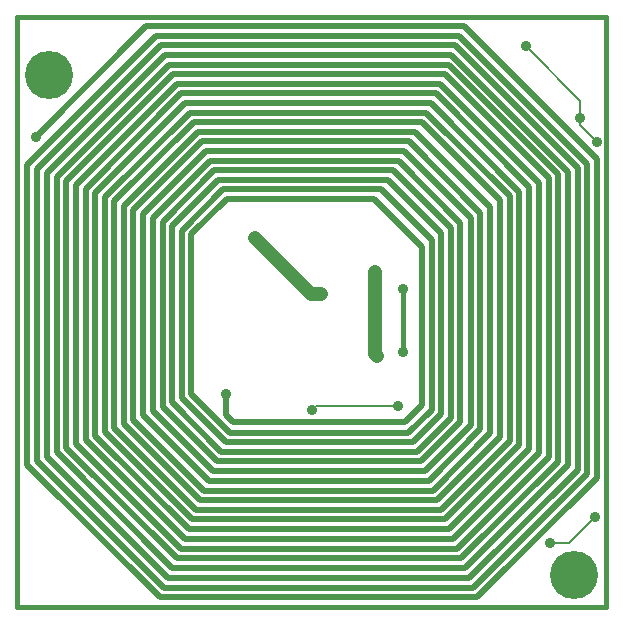
<source format=gbl>
G04 (created by PCBNEW-RS274X (2012-01-19 BZR 3256)-stable) date 2/17/2013 5:40:49 PM*
G01*
G70*
G90*
%MOIN*%
G04 Gerber Fmt 3.4, Leading zero omitted, Abs format*
%FSLAX34Y34*%
G04 APERTURE LIST*
%ADD10C,0.006000*%
%ADD11C,0.015000*%
%ADD12C,0.160000*%
%ADD13C,0.035000*%
%ADD14C,0.008000*%
%ADD15C,0.019700*%
%ADD16C,0.047200*%
%ADD17C,0.015700*%
G04 APERTURE END LIST*
G54D10*
G54D11*
X39724Y-24642D02*
X39756Y-24642D01*
X39724Y-44311D02*
X39724Y-24642D01*
X59358Y-44311D02*
X39724Y-44311D01*
X59358Y-24642D02*
X59358Y-44311D01*
X39724Y-24642D02*
X59358Y-24642D01*
G54D12*
X58299Y-43260D03*
X40783Y-26575D03*
G54D13*
X56681Y-25630D03*
X58488Y-28020D03*
X59039Y-28803D03*
X40339Y-28646D03*
X46673Y-37220D03*
X51728Y-35953D03*
X51642Y-33142D03*
X49850Y-33882D03*
X47654Y-32031D03*
X52571Y-35811D03*
X52571Y-33701D03*
X52409Y-37610D03*
X49551Y-37740D03*
X57480Y-42181D03*
X58980Y-41327D03*
G54D14*
X58488Y-28020D02*
X58488Y-28252D01*
X58488Y-27437D02*
X58488Y-28020D01*
X56681Y-25630D02*
X58488Y-27437D01*
X58488Y-28252D02*
X59039Y-28803D01*
G54D15*
X46118Y-40110D02*
X43925Y-37917D01*
X41039Y-29973D02*
X44780Y-26232D01*
X58728Y-29562D02*
X58728Y-39866D01*
X41362Y-30119D02*
X44930Y-26551D01*
X54195Y-25913D02*
X58091Y-29809D01*
X59047Y-29396D02*
X59047Y-40004D01*
X55815Y-38654D02*
X53717Y-40752D01*
X46024Y-29126D02*
X52617Y-29126D01*
X53205Y-28150D02*
X55815Y-30760D01*
X45614Y-28150D02*
X53205Y-28150D01*
X46673Y-37220D02*
X46673Y-37905D01*
X45063Y-26870D02*
X53816Y-26870D01*
X51627Y-30713D02*
X53217Y-32303D01*
X40390Y-39434D02*
X40390Y-29709D01*
X58406Y-39732D02*
X54795Y-43343D01*
X58728Y-39866D02*
X54925Y-43669D01*
X45201Y-27189D02*
X53673Y-27189D01*
X42008Y-38736D02*
X42008Y-30382D01*
X46815Y-38504D02*
X45535Y-37224D01*
X42650Y-30661D02*
X45476Y-27835D01*
X45189Y-42374D02*
X41681Y-38866D01*
X54608Y-24957D02*
X59047Y-29396D01*
X46253Y-39780D02*
X44252Y-37779D01*
X46720Y-30713D02*
X51627Y-30713D01*
X44890Y-37493D02*
X44890Y-31625D01*
X51855Y-30394D02*
X53539Y-32078D01*
X44890Y-31625D02*
X46436Y-30079D01*
X42969Y-38347D02*
X42969Y-30795D01*
X53717Y-40752D02*
X45831Y-40752D01*
X53441Y-40110D02*
X46118Y-40110D01*
X53816Y-26870D02*
X57118Y-30172D01*
X45319Y-42047D02*
X42008Y-38736D01*
X58406Y-29677D02*
X58406Y-39732D01*
X53984Y-41398D02*
X45564Y-41398D01*
X54795Y-43343D02*
X44753Y-43343D01*
X45756Y-28472D02*
X52984Y-28472D01*
X57118Y-39189D02*
X54260Y-42047D01*
X42331Y-30519D02*
X45334Y-27516D01*
X54116Y-26232D02*
X57764Y-29880D01*
X59047Y-40004D02*
X55055Y-43996D01*
X53583Y-40433D02*
X45968Y-40433D01*
X53217Y-37598D02*
X52650Y-38165D01*
X52267Y-29764D02*
X54181Y-31678D01*
X52445Y-29445D02*
X54504Y-31504D01*
X44571Y-37638D02*
X44571Y-31488D01*
X53858Y-41075D02*
X45697Y-41075D01*
X54504Y-31504D02*
X54504Y-38142D01*
X56791Y-30307D02*
X56791Y-39047D01*
X53322Y-39780D02*
X46253Y-39780D01*
X57764Y-29880D02*
X57764Y-39468D01*
X53858Y-31858D02*
X53858Y-37866D01*
X54504Y-38142D02*
X53189Y-39457D01*
X58091Y-39598D02*
X54669Y-43020D01*
X44930Y-26551D02*
X53980Y-26551D01*
X43283Y-38204D02*
X43283Y-30945D01*
X44370Y-25272D02*
X54438Y-25272D01*
X45441Y-41724D02*
X42331Y-38614D01*
X40067Y-29575D02*
X44370Y-25272D01*
X53858Y-37866D02*
X52909Y-38815D01*
X57118Y-30172D02*
X57118Y-39189D01*
X41681Y-38866D02*
X41681Y-30252D01*
X54669Y-43020D02*
X44898Y-43020D01*
X54438Y-25272D02*
X58728Y-29562D01*
X57764Y-39468D02*
X54535Y-42697D01*
X45831Y-40752D02*
X43283Y-38204D01*
X55815Y-30760D02*
X55815Y-38654D01*
X44488Y-43996D02*
X40067Y-39575D01*
X52650Y-38165D02*
X46933Y-38165D01*
X55169Y-38382D02*
X53441Y-40110D01*
X40339Y-28646D02*
X44028Y-24957D01*
X43602Y-38067D02*
X43602Y-31083D01*
X52984Y-28472D02*
X55492Y-30980D01*
X40390Y-29709D02*
X44505Y-25594D01*
X45334Y-27516D02*
X53505Y-27516D01*
X58091Y-29809D02*
X58091Y-39598D01*
X46582Y-30394D02*
X51855Y-30394D01*
X54398Y-42374D02*
X45189Y-42374D01*
X42331Y-38614D02*
X42331Y-30519D01*
X45039Y-42697D02*
X41362Y-39020D01*
X54535Y-42697D02*
X45039Y-42697D01*
X53189Y-39457D02*
X46390Y-39457D01*
X53539Y-32078D02*
X53539Y-37733D01*
X44780Y-26232D02*
X54116Y-26232D01*
X56465Y-38917D02*
X53984Y-41398D01*
X54323Y-25594D02*
X58406Y-29677D01*
X56138Y-30627D02*
X56138Y-38795D01*
X45535Y-31898D02*
X46720Y-30713D01*
X41039Y-39161D02*
X41039Y-29973D01*
X43925Y-31225D02*
X46024Y-29126D01*
X56465Y-30476D02*
X56465Y-38917D01*
X55169Y-31173D02*
X55169Y-38382D01*
X43925Y-37917D02*
X43925Y-31225D01*
X46295Y-29764D02*
X52267Y-29764D01*
X54181Y-38004D02*
X53051Y-39134D01*
X54181Y-31678D02*
X54181Y-38004D01*
X46531Y-39134D02*
X44890Y-37493D01*
X45209Y-37351D02*
X45209Y-31767D01*
X45890Y-28795D02*
X52791Y-28795D01*
X55492Y-30980D02*
X55492Y-38524D01*
X40067Y-39575D02*
X40067Y-29575D01*
X52791Y-28795D02*
X55169Y-31173D01*
X53217Y-32303D02*
X53217Y-37598D01*
X42008Y-30382D02*
X45201Y-27189D01*
X42969Y-30795D02*
X45614Y-28150D01*
X44252Y-31354D02*
X46161Y-29445D01*
X53980Y-26551D02*
X57445Y-30016D01*
X42650Y-38484D02*
X42650Y-30661D01*
X56791Y-39047D02*
X54114Y-41724D01*
X56138Y-38795D02*
X53858Y-41075D01*
X55492Y-38524D02*
X53583Y-40433D01*
X57445Y-39327D02*
X54398Y-42374D01*
X45476Y-27835D02*
X53346Y-27835D01*
X41362Y-39020D02*
X41362Y-30119D01*
X54839Y-31348D02*
X54839Y-38263D01*
X52079Y-30079D02*
X53858Y-31858D01*
X52909Y-38815D02*
X46673Y-38815D01*
X44753Y-43343D02*
X40713Y-39303D01*
X57445Y-30016D02*
X57445Y-39327D01*
X44571Y-31488D02*
X46295Y-29764D01*
X40713Y-29842D02*
X44642Y-25913D01*
X45209Y-31767D02*
X46582Y-30394D01*
X46161Y-29445D02*
X52445Y-29445D01*
X46933Y-38165D02*
X46673Y-37905D01*
X45697Y-41075D02*
X42969Y-38347D01*
X44505Y-25594D02*
X54323Y-25594D01*
X44898Y-43020D02*
X41039Y-39161D01*
X53051Y-39134D02*
X46531Y-39134D01*
X53539Y-37733D02*
X52768Y-38504D01*
X46436Y-30079D02*
X52079Y-30079D01*
X53346Y-27835D02*
X56138Y-30627D01*
X44252Y-37779D02*
X44252Y-31354D01*
X52617Y-29126D02*
X54839Y-31348D01*
X46390Y-39457D02*
X44571Y-37638D01*
X41681Y-30252D02*
X45063Y-26870D01*
X45564Y-41398D02*
X42650Y-38484D01*
X40713Y-39303D02*
X40713Y-29842D01*
X54114Y-41724D02*
X45441Y-41724D01*
X43602Y-31083D02*
X45890Y-28795D01*
X44625Y-43669D02*
X40390Y-39434D01*
X55055Y-43996D02*
X44488Y-43996D01*
X44642Y-25913D02*
X54195Y-25913D01*
X52768Y-38504D02*
X46815Y-38504D01*
X46673Y-38815D02*
X45209Y-37351D01*
X44028Y-24957D02*
X54608Y-24957D01*
X54839Y-38263D02*
X53322Y-39780D01*
X43283Y-30945D02*
X45756Y-28472D01*
X54925Y-43669D02*
X44625Y-43669D01*
X45535Y-37224D02*
X45535Y-31898D01*
X45968Y-40433D02*
X43602Y-38067D01*
X53505Y-27516D02*
X56465Y-30476D01*
X54260Y-42047D02*
X45319Y-42047D01*
X53673Y-27189D02*
X56791Y-30307D01*
G54D16*
X51642Y-35867D02*
X51728Y-35953D01*
X51642Y-33142D02*
X51642Y-35867D01*
X49505Y-33882D02*
X49850Y-33882D01*
X47654Y-32031D02*
X49505Y-33882D01*
G54D17*
X52571Y-35811D02*
X52571Y-33701D01*
G54D14*
X49551Y-37740D02*
X49681Y-37610D01*
X49681Y-37610D02*
X52409Y-37610D01*
X58980Y-41327D02*
X58126Y-42181D01*
X58126Y-42181D02*
X57480Y-42181D01*
M02*

</source>
